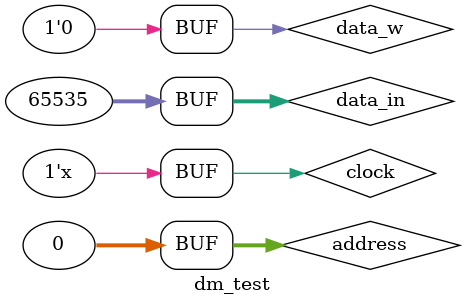
<source format=v>
module dm_test;
reg [31:0] address;
reg [31:0] data_in;
reg data_w, clock;
wire [31:0] data_out;
parameter TIME_PERIOD = 100;



dm_4k data_memory( .addr(address), .din(data_in), .DMWr(data_w), .clk(clock), .dout(data_out));


initial
begin
clock = 1'b0;
data_w = 1'b0;
address = 32'b0;
data_in = 32'haaaa_aaaa;

#50
data_w = 1'b1;

#100
data_in = 32'haaaa_0000;


#100
data_in = 32'hffff_abc0;
address = 32'h0000_0001;


#100
data_in = 32'hffff_ffff;
address = 32'h0000_0002;

#100
data_in = 32'h0000_ffff;
address = 32'h0000_0003;

#100
data_w = 1'b0;
address = 32'h0000_0002;
#30
address = 32'h0000_0001;
#30
address = 32'h0000_0000;
end   //end initial


always
begin
#(TIME_PERIOD/2) 
clock = ~clock; 
end


endmodule
</source>
